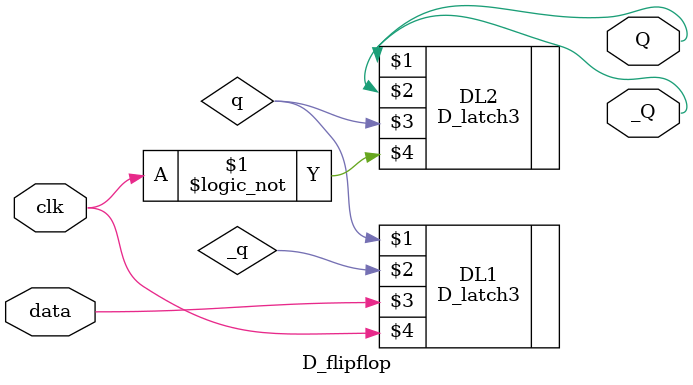
<source format=v>
`include "D_latch3.v"
module D_flipflop (
  output Q, _Q,
  input data, clk
);
wire Q;
wire q, _q;
//wire blah blah;
D_latch3 DL1(q, _q, data, clk);
D_latch3 DL2(Q, _Q, q, !clk);
  
endmodule

</source>
